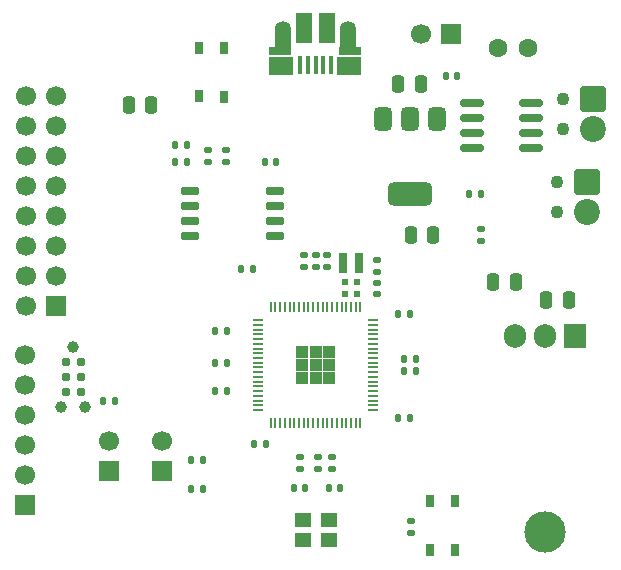
<source format=gts>
G04 #@! TF.GenerationSoftware,KiCad,Pcbnew,9.0.5*
G04 #@! TF.CreationDate,2025-11-21T14:26:13-06:00*
G04 #@! TF.ProjectId,ece362snakegamepcb,65636533-3632-4736-9e61-6b6567616d65,REV3*
G04 #@! TF.SameCoordinates,Original*
G04 #@! TF.FileFunction,Soldermask,Top*
G04 #@! TF.FilePolarity,Negative*
%FSLAX46Y46*%
G04 Gerber Fmt 4.6, Leading zero omitted, Abs format (unit mm)*
G04 Created by KiCad (PCBNEW 9.0.5) date 2025-11-21 14:26:13*
%MOMM*%
%LPD*%
G01*
G04 APERTURE LIST*
G04 Aperture macros list*
%AMRoundRect*
0 Rectangle with rounded corners*
0 $1 Rounding radius*
0 $2 $3 $4 $5 $6 $7 $8 $9 X,Y pos of 4 corners*
0 Add a 4 corners polygon primitive as box body*
4,1,4,$2,$3,$4,$5,$6,$7,$8,$9,$2,$3,0*
0 Add four circle primitives for the rounded corners*
1,1,$1+$1,$2,$3*
1,1,$1+$1,$4,$5*
1,1,$1+$1,$6,$7*
1,1,$1+$1,$8,$9*
0 Add four rect primitives between the rounded corners*
20,1,$1+$1,$2,$3,$4,$5,0*
20,1,$1+$1,$4,$5,$6,$7,0*
20,1,$1+$1,$6,$7,$8,$9,0*
20,1,$1+$1,$8,$9,$2,$3,0*%
G04 Aperture macros list end*
%ADD10RoundRect,0.055000X0.335000X-0.055000X0.335000X0.055000X-0.335000X0.055000X-0.335000X-0.055000X0*%
%ADD11RoundRect,0.055000X-0.055000X-0.335000X0.055000X-0.335000X0.055000X0.335000X-0.055000X0.335000X0*%
%ADD12C,0.600000*%
%ADD13R,1.133333X1.133333*%
%ADD14RoundRect,0.375000X-0.375000X0.625000X-0.375000X-0.625000X0.375000X-0.625000X0.375000X0.625000X0*%
%ADD15RoundRect,0.500000X-1.400000X0.500000X-1.400000X-0.500000X1.400000X-0.500000X1.400000X0.500000X0*%
%ADD16R,0.400000X1.650000*%
%ADD17R,1.825000X0.700000*%
%ADD18R,2.000000X1.500000*%
%ADD19R,1.350000X2.000000*%
%ADD20O,1.350000X1.700000*%
%ADD21O,1.100000X1.500000*%
%ADD22R,1.430000X2.500000*%
%ADD23RoundRect,0.250000X-0.250000X-0.475000X0.250000X-0.475000X0.250000X0.475000X-0.250000X0.475000X0*%
%ADD24RoundRect,0.140000X0.140000X0.170000X-0.140000X0.170000X-0.140000X-0.170000X0.140000X-0.170000X0*%
%ADD25RoundRect,0.135000X-0.185000X0.135000X-0.185000X-0.135000X0.185000X-0.135000X0.185000X0.135000X0*%
%ADD26RoundRect,0.150000X-0.650000X-0.150000X0.650000X-0.150000X0.650000X0.150000X-0.650000X0.150000X0*%
%ADD27RoundRect,0.140000X-0.140000X-0.170000X0.140000X-0.170000X0.140000X0.170000X-0.140000X0.170000X0*%
%ADD28RoundRect,0.140000X0.170000X-0.140000X0.170000X0.140000X-0.170000X0.140000X-0.170000X-0.140000X0*%
%ADD29R,1.400000X1.200000*%
%ADD30C,3.500000*%
%ADD31R,1.905000X2.000000*%
%ADD32O,1.905000X2.000000*%
%ADD33R,1.700000X1.700000*%
%ADD34C,1.700000*%
%ADD35C,1.600000*%
%ADD36RoundRect,0.140000X-0.170000X0.140000X-0.170000X-0.140000X0.170000X-0.140000X0.170000X0.140000X0*%
%ADD37R,0.470000X0.530000*%
%ADD38RoundRect,0.250000X0.250000X0.475000X-0.250000X0.475000X-0.250000X-0.475000X0.250000X-0.475000X0*%
%ADD39R,0.650000X1.050000*%
%ADD40C,1.100000*%
%ADD41RoundRect,0.249999X-0.850001X0.850001X-0.850001X-0.850001X0.850001X-0.850001X0.850001X0.850001X0*%
%ADD42C,2.200000*%
%ADD43RoundRect,0.135000X-0.135000X-0.185000X0.135000X-0.185000X0.135000X0.185000X-0.135000X0.185000X0*%
%ADD44RoundRect,0.150000X-0.825000X-0.150000X0.825000X-0.150000X0.825000X0.150000X-0.825000X0.150000X0*%
%ADD45C,0.990600*%
%ADD46C,0.787400*%
%ADD47R,0.700000X1.700000*%
G04 APERTURE END LIST*
D10*
X95103500Y-96200000D03*
X95103500Y-96600000D03*
X95103500Y-97000000D03*
X95103500Y-97400000D03*
X95103500Y-97800000D03*
X95103500Y-98200000D03*
X95103500Y-98600000D03*
X95103500Y-99000000D03*
X95103500Y-99400000D03*
X95103500Y-99800000D03*
X95103500Y-100200000D03*
X95103500Y-100600000D03*
X95103500Y-101000000D03*
X95103500Y-101400000D03*
X95103500Y-101800000D03*
X95103500Y-102200000D03*
X95103500Y-102600000D03*
X95103500Y-103000000D03*
X95103500Y-103400000D03*
X95103500Y-103800000D03*
D11*
X96200000Y-104896500D03*
X96600000Y-104896500D03*
X97000000Y-104896500D03*
X97400000Y-104896500D03*
X97800000Y-104896500D03*
X98200000Y-104896500D03*
X98600000Y-104896500D03*
X99000000Y-104896500D03*
X99400000Y-104896500D03*
X99800000Y-104896500D03*
X100200000Y-104896500D03*
X100600000Y-104896500D03*
X101000000Y-104896500D03*
X101400000Y-104896500D03*
X101800000Y-104896500D03*
X102200000Y-104896500D03*
X102600000Y-104896500D03*
X103000000Y-104896500D03*
X103400000Y-104896500D03*
X103800000Y-104896500D03*
D10*
X104896500Y-103800000D03*
X104896500Y-103400000D03*
X104896500Y-103000000D03*
X104896500Y-102600000D03*
X104896500Y-102200000D03*
X104896500Y-101800000D03*
X104896500Y-101400000D03*
X104896500Y-101000000D03*
X104896500Y-100600000D03*
X104896500Y-100200000D03*
X104896500Y-99800000D03*
X104896500Y-99400000D03*
X104896500Y-99000000D03*
X104896500Y-98600000D03*
X104896500Y-98200000D03*
X104896500Y-97800000D03*
X104896500Y-97400000D03*
X104896500Y-97000000D03*
X104896500Y-96600000D03*
X104896500Y-96200000D03*
D11*
X103800000Y-95103500D03*
X103400000Y-95103500D03*
X103000000Y-95103500D03*
X102600000Y-95103500D03*
X102200000Y-95103500D03*
X101800000Y-95103500D03*
X101400000Y-95103500D03*
X101000000Y-95103500D03*
X100600000Y-95103500D03*
X100200000Y-95103500D03*
X99800000Y-95103500D03*
X99400000Y-95103500D03*
X99000000Y-95103500D03*
X98600000Y-95103500D03*
X98200000Y-95103500D03*
X97800000Y-95103500D03*
X97400000Y-95103500D03*
X97000000Y-95103500D03*
X96600000Y-95103500D03*
X96200000Y-95103500D03*
D12*
X98866667Y-98866667D03*
D13*
X98866667Y-98866667D03*
D12*
X98866667Y-100000000D03*
D13*
X98866667Y-100000000D03*
D12*
X98866667Y-101133333D03*
D13*
X98866667Y-101133333D03*
D12*
X100000000Y-98866667D03*
D13*
X100000000Y-98866667D03*
D12*
X100000000Y-100000000D03*
D13*
X100000000Y-100000000D03*
D12*
X100000000Y-101133333D03*
D13*
X100000000Y-101133333D03*
D12*
X101133333Y-98866667D03*
D13*
X101133333Y-98866667D03*
D12*
X101133333Y-100000000D03*
D13*
X101133333Y-100000000D03*
D12*
X101133333Y-101133333D03*
D13*
X101133333Y-101133333D03*
D14*
X110300000Y-79200000D03*
X108000000Y-79200000D03*
D15*
X108000000Y-85500000D03*
D14*
X105700000Y-79200000D03*
D16*
X101300000Y-74600000D03*
X100650000Y-74600000D03*
X100000000Y-74600000D03*
X99350000Y-74600000D03*
X98700000Y-74600000D03*
D17*
X102950000Y-73400000D03*
D18*
X102850000Y-74700000D03*
D19*
X102730000Y-72650000D03*
D20*
X102730000Y-71720000D03*
D21*
X102420000Y-74720000D03*
D22*
X100960000Y-71450000D03*
X99040000Y-71450000D03*
D21*
X97580000Y-74720000D03*
D20*
X97270000Y-71720000D03*
D19*
X97250000Y-72650000D03*
D18*
X97100000Y-74720000D03*
D17*
X97000000Y-73400000D03*
D23*
X108075000Y-89000000D03*
X109975000Y-89000000D03*
D24*
X92480000Y-102200000D03*
X91520000Y-102200000D03*
X96665000Y-82830000D03*
X95705000Y-82830000D03*
D25*
X92400000Y-81790000D03*
X92400000Y-82810000D03*
D26*
X89400000Y-85295000D03*
X89400000Y-86565000D03*
X89400000Y-87835000D03*
X89400000Y-89105000D03*
X96600000Y-89105000D03*
X96600000Y-87835000D03*
X96600000Y-86565000D03*
X96600000Y-85295000D03*
D27*
X101115000Y-110420000D03*
X102075000Y-110420000D03*
D28*
X99000000Y-91680000D03*
X99000000Y-90720000D03*
D27*
X107525000Y-100500000D03*
X108485000Y-100500000D03*
X107020000Y-104500000D03*
X107980000Y-104500000D03*
D25*
X100000000Y-90690000D03*
X100000000Y-91710000D03*
D23*
X106987500Y-76200000D03*
X108887500Y-76200000D03*
D24*
X92480000Y-97100000D03*
X91520000Y-97100000D03*
X99105000Y-110420000D03*
X98145000Y-110420000D03*
D25*
X101000000Y-90690000D03*
X101000000Y-91710000D03*
D27*
X107020000Y-95700000D03*
X107980000Y-95700000D03*
D25*
X100200000Y-107795000D03*
X100200000Y-108815000D03*
D29*
X98900000Y-114850000D03*
X101100000Y-114850000D03*
X101100000Y-113150000D03*
X98900000Y-113150000D03*
D23*
X84165000Y-78000000D03*
X86065000Y-78000000D03*
D30*
X119460000Y-114160000D03*
D31*
X122000000Y-97500000D03*
D32*
X119460000Y-97500000D03*
X116920000Y-97500000D03*
D33*
X75385000Y-111850000D03*
D34*
X75385000Y-109310000D03*
X75385000Y-106770000D03*
X75385000Y-104230000D03*
X75385000Y-101690000D03*
X75385000Y-99150000D03*
D25*
X105200000Y-91140000D03*
X105200000Y-92160000D03*
X108100000Y-113190000D03*
X108100000Y-114210000D03*
D33*
X111500000Y-72000000D03*
D34*
X108960000Y-72000000D03*
D35*
X115452500Y-73176951D03*
X117952500Y-73176951D03*
D36*
X105200000Y-93020000D03*
X105200000Y-93980000D03*
D37*
X102485000Y-93000000D03*
X103515000Y-93000000D03*
D38*
X116950000Y-93000000D03*
X115050000Y-93000000D03*
D24*
X94680000Y-91900000D03*
X93720000Y-91900000D03*
D23*
X119550000Y-94500000D03*
X121450000Y-94500000D03*
D39*
X92275000Y-73125000D03*
X92275000Y-77275000D03*
X90125000Y-73125000D03*
X90125000Y-77250000D03*
D40*
X120960000Y-77500000D03*
X120960000Y-80040000D03*
D41*
X123500000Y-77500000D03*
D42*
X123500000Y-80040000D03*
D43*
X89490000Y-108000000D03*
X90510000Y-108000000D03*
D25*
X90900000Y-81790000D03*
X90900000Y-82810000D03*
D37*
X102485000Y-93950000D03*
X103515000Y-93950000D03*
D43*
X88090000Y-82800000D03*
X89110000Y-82800000D03*
D24*
X113980000Y-85500000D03*
X113020000Y-85500000D03*
D43*
X88090000Y-81400000D03*
X89110000Y-81400000D03*
D36*
X101400000Y-107820000D03*
X101400000Y-108780000D03*
D24*
X111980000Y-75500000D03*
X111020000Y-75500000D03*
D25*
X114000000Y-88490000D03*
X114000000Y-89510000D03*
D44*
X113275000Y-77819451D03*
X113275000Y-79089451D03*
X113275000Y-80359451D03*
X113275000Y-81629451D03*
X118225000Y-81629451D03*
X118225000Y-80359451D03*
X118225000Y-79089451D03*
X118225000Y-77819451D03*
D45*
X79500000Y-98460000D03*
X80516000Y-103540000D03*
X78484000Y-103540000D03*
D46*
X78865000Y-99730000D03*
X80135000Y-99730000D03*
X78865000Y-101000000D03*
X80135000Y-101000000D03*
X78865000Y-102270000D03*
X80135000Y-102270000D03*
D33*
X87000000Y-109000000D03*
D34*
X87000000Y-106460000D03*
D33*
X82500000Y-109000000D03*
D34*
X82500000Y-106460000D03*
D40*
X120460000Y-84500000D03*
X120460000Y-87040000D03*
D41*
X123000000Y-84500000D03*
D42*
X123000000Y-87040000D03*
D47*
X102300000Y-91350000D03*
X103700000Y-91350000D03*
D24*
X92480000Y-99800000D03*
X91520000Y-99800000D03*
X95780000Y-106700000D03*
X94820000Y-106700000D03*
D39*
X109650000Y-115675000D03*
X109650000Y-111525000D03*
X111800000Y-115675000D03*
X111800000Y-111550000D03*
D33*
X78000000Y-95000000D03*
D34*
X75460000Y-95000000D03*
X78000000Y-92460000D03*
X75460000Y-92460000D03*
X78000000Y-89920000D03*
X75460000Y-89920000D03*
X78000000Y-87380000D03*
X75460000Y-87380000D03*
X78000000Y-84840000D03*
X75460000Y-84840000D03*
X78000000Y-82300000D03*
X75460000Y-82300000D03*
X78000000Y-79760000D03*
X75460000Y-79760000D03*
X78000000Y-77220000D03*
X75460000Y-77220000D03*
D27*
X107520000Y-99500000D03*
X108480000Y-99500000D03*
D43*
X89490000Y-110500000D03*
X90510000Y-110500000D03*
X81990000Y-103000000D03*
X83010000Y-103000000D03*
D36*
X98700000Y-107820000D03*
X98700000Y-108780000D03*
M02*

</source>
